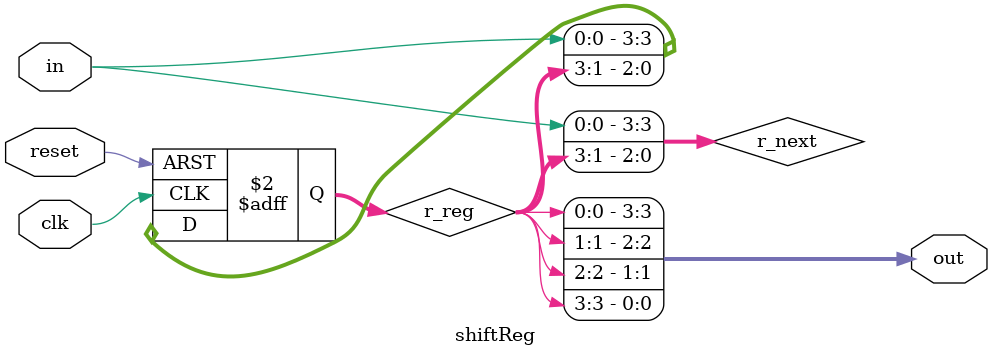
<source format=v>
module lfsr (out, clk, reset, xor1 , en, load, seed);

  output reg [14:0] out;
  output xor1;
  input clk, reset,en,load;
  input [14:0] seed;

  assign xor1 = (out[14] ^ out[13]);
  
  always @ (posedge clk) begin
    if(en === 1'b1) begin
        out[14:1] <= out[13:0];
        out[0] <= xor1;
      end
    else if(load === 1'b1) begin
      out[14:0] <= seed[14:0];
      end
  end
  always @ (posedge reset) begin
      out <= 15'b101010001110110; 
  end
endmodule

module prbs (out, clk, reset, xor1 , en, load, seed, in, xor2, hexoutput);

  input in,clk,reset,en,load;
  output wire [14:0] out;
  input [14:0] seed;
  output xor1,xor2;
  output wire [3:0] hexoutput;
  
  reg [3:0] r_reg;
  wire [3:0] r_next;
  
  lfsr lf (out, clk, reset, xor1 ,en,load,seed);
  
  assign xor2 = (xor1 ^ in);
 
  always @(posedge clk)
         r_reg <= r_next;
	
  always @(posedge reset)
         r_reg <= 0;
	
 
  assign r_next = {xor2, r_reg[3:1]};
  assign hexoutput[3] = r_reg[0];
  assign hexoutput[2] = r_reg[1];
  assign hexoutput[1] = r_reg[2];
  assign hexoutput[0] = r_reg[3];
  
endmodule
    
//test cases auto-input
module test (clk,in);

  input clk;
  output reg in;
  reg [3:0] tests [23:0];
  integer i,j;
  
  initial begin
  i=0;
  j=1;
  tests[0]=4'ha;
  tests[1]=4'hc;
  tests[2]=4'hb;
  tests[3]=4'hc;
  tests[4]=4'hd;
  tests[5]=4'h2;
  tests[6]=4'h1;
  tests[7]=4'h1;
  tests[8]=4'h4;
  tests[9]=4'hd;
  tests[10]=4'ha;
  tests[11]=4'he;
  tests[12]=4'h1;
  tests[13]=4'h5;
  tests[14]=4'h7;
  tests[15]=4'h7;
  tests[16]=4'hc;
  tests[17]=4'h6;
  tests[18]=4'hd;
  tests[19]=4'hb;
  tests[20]=4'hf;
  tests[21]=4'h4;
  tests[22]=4'hc;
  tests[23]=4'h9;
  in = tests[0][3];
  end
  
  always @ (posedge clk) begin
    if(j === 3)begin
      in <= tests[i][3-j];
      i<= i+1;
      j<=0;
    end
    else begin
      in <= tests[i][3-j];
      j<=j+1;
    end
  end

endmodule

//reversed shift register
module shiftReg(clk,reset,in,out);
    input wire clk, reset;
    input wire in;
    output wire [3:0] out;
 
  reg [3:0] r_reg;
  wire [3:0] r_next;
 
  always @(posedge clk, posedge reset)
   begin
      if (reset)
         r_reg <= 0;
      else
         r_reg <= r_next;
	end	
 
  assign r_next = {in, r_reg[3:1]};
  assign out[3] = r_reg[0];
  assign out[2] = r_reg[1];
  assign out[1] = r_reg[2];
  assign out[0] = r_reg[3];
 
endmodule
</source>
